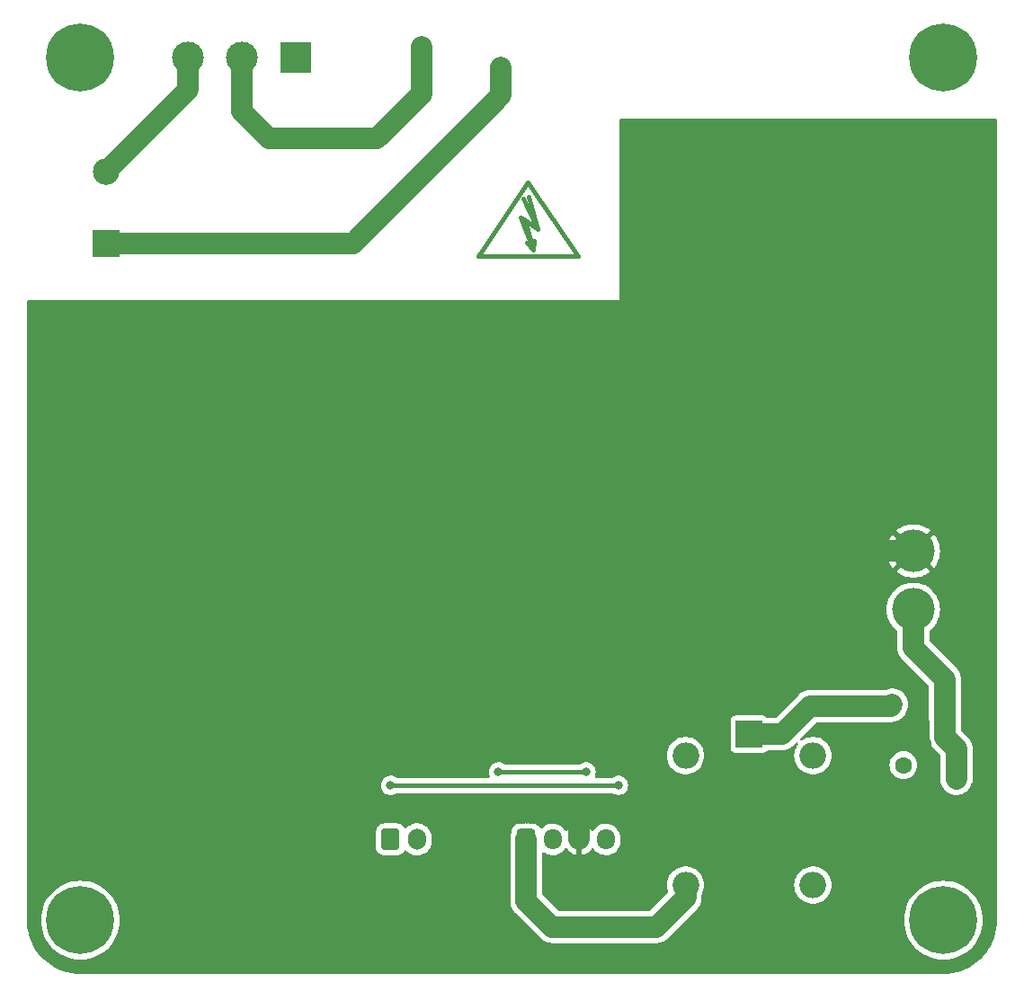
<source format=gbl>
G04 #@! TF.GenerationSoftware,KiCad,Pcbnew,7.0.2*
G04 #@! TF.CreationDate,2023-05-16T20:04:18+02:00*
G04 #@! TF.ProjectId,IoT12 Power Supply,496f5431-3220-4506-9f77-657220537570,V1.2*
G04 #@! TF.SameCoordinates,Original*
G04 #@! TF.FileFunction,Copper,L2,Bot*
G04 #@! TF.FilePolarity,Positive*
%FSLAX46Y46*%
G04 Gerber Fmt 4.6, Leading zero omitted, Abs format (unit mm)*
G04 Created by KiCad (PCBNEW 7.0.2) date 2023-05-16 20:04:18*
%MOMM*%
%LPD*%
G01*
G04 APERTURE LIST*
G04 Aperture macros list*
%AMRoundRect*
0 Rectangle with rounded corners*
0 $1 Rounding radius*
0 $2 $3 $4 $5 $6 $7 $8 $9 X,Y pos of 4 corners*
0 Add a 4 corners polygon primitive as box body*
4,1,4,$2,$3,$4,$5,$6,$7,$8,$9,$2,$3,0*
0 Add four circle primitives for the rounded corners*
1,1,$1+$1,$2,$3*
1,1,$1+$1,$4,$5*
1,1,$1+$1,$6,$7*
1,1,$1+$1,$8,$9*
0 Add four rect primitives between the rounded corners*
20,1,$1+$1,$2,$3,$4,$5,0*
20,1,$1+$1,$4,$5,$6,$7,0*
20,1,$1+$1,$6,$7,$8,$9,0*
20,1,$1+$1,$8,$9,$2,$3,0*%
G04 Aperture macros list end*
G04 #@! TA.AperFunction,EtchedComponent*
%ADD10C,0.381000*%
G04 #@! TD*
G04 #@! TA.AperFunction,ComponentPad*
%ADD11R,2.500000X2.500000*%
G04 #@! TD*
G04 #@! TA.AperFunction,ComponentPad*
%ADD12O,2.500000X2.500000*%
G04 #@! TD*
G04 #@! TA.AperFunction,ComponentPad*
%ADD13R,3.000000X3.000000*%
G04 #@! TD*
G04 #@! TA.AperFunction,ComponentPad*
%ADD14C,3.000000*%
G04 #@! TD*
G04 #@! TA.AperFunction,ComponentPad*
%ADD15RoundRect,0.250000X-0.600000X-0.725000X0.600000X-0.725000X0.600000X0.725000X-0.600000X0.725000X0*%
G04 #@! TD*
G04 #@! TA.AperFunction,ComponentPad*
%ADD16O,1.700000X1.950000*%
G04 #@! TD*
G04 #@! TA.AperFunction,ComponentPad*
%ADD17C,0.800000*%
G04 #@! TD*
G04 #@! TA.AperFunction,ComponentPad*
%ADD18C,6.400000*%
G04 #@! TD*
G04 #@! TA.AperFunction,ComponentPad*
%ADD19C,4.000000*%
G04 #@! TD*
G04 #@! TA.AperFunction,ComponentPad*
%ADD20C,2.500000*%
G04 #@! TD*
G04 #@! TA.AperFunction,ComponentPad*
%ADD21RoundRect,0.250000X-0.600000X-0.750000X0.600000X-0.750000X0.600000X0.750000X-0.600000X0.750000X0*%
G04 #@! TD*
G04 #@! TA.AperFunction,ComponentPad*
%ADD22O,1.700000X2.000000*%
G04 #@! TD*
G04 #@! TA.AperFunction,ComponentPad*
%ADD23C,1.800000*%
G04 #@! TD*
G04 #@! TA.AperFunction,ComponentPad*
%ADD24C,1.700000*%
G04 #@! TD*
G04 #@! TA.AperFunction,ComponentPad*
%ADD25C,1.600000*%
G04 #@! TD*
G04 #@! TA.AperFunction,ViaPad*
%ADD26C,1.600000*%
G04 #@! TD*
G04 #@! TA.AperFunction,ViaPad*
%ADD27C,0.800000*%
G04 #@! TD*
G04 #@! TA.AperFunction,Conductor*
%ADD28C,2.000000*%
G04 #@! TD*
G04 #@! TA.AperFunction,Conductor*
%ADD29C,0.440000*%
G04 #@! TD*
G04 APERTURE END LIST*
D10*
X153600150Y-73733660D02*
X154397710Y-76532740D01*
X154397710Y-76532740D02*
X153198830Y-73433940D01*
X154397710Y-76532740D02*
X154499310Y-75633580D01*
X154799030Y-74533760D02*
X153600150Y-73733660D01*
X153198830Y-73433940D02*
X153798270Y-73832720D01*
X153998930Y-71534020D02*
X154799030Y-74533760D01*
X154397710Y-76532740D02*
X153798270Y-75834240D01*
X153899870Y-70142100D02*
X149200870Y-77127100D01*
X154799030Y-74533760D02*
X153498550Y-71732140D01*
X149200870Y-77127100D02*
X158598870Y-77127100D01*
X158598870Y-77127100D02*
X153899870Y-70142100D01*
D11*
X174752000Y-122174000D03*
D12*
X168752000Y-124174000D03*
X168752000Y-136374000D03*
X180752000Y-136374000D03*
X180752000Y-124174000D03*
D13*
X132080000Y-58420000D03*
D14*
X127000000Y-58420000D03*
X121920000Y-58420000D03*
D15*
X153750000Y-132080000D03*
D16*
X156250000Y-132080000D03*
X158750000Y-132080000D03*
X161250000Y-132080000D03*
D17*
X193040000Y-56020000D03*
X194737056Y-60117056D03*
X194737056Y-56722944D03*
X195440000Y-58420000D03*
D18*
X193040000Y-58420000D03*
D17*
X193040000Y-60820000D03*
X191342944Y-56722944D03*
X191342944Y-60117056D03*
X190640000Y-58420000D03*
X193040000Y-137300000D03*
X194737056Y-141397056D03*
X194737056Y-138002944D03*
X195440000Y-139700000D03*
D18*
X193040000Y-139700000D03*
D17*
X193040000Y-142100000D03*
X191342944Y-138002944D03*
X191342944Y-141397056D03*
X190640000Y-139700000D03*
X111760000Y-56020000D03*
X113457056Y-60117056D03*
X113457056Y-56722944D03*
X114160000Y-58420000D03*
D18*
X111760000Y-58420000D03*
D17*
X111760000Y-60820000D03*
X110062944Y-56722944D03*
X110062944Y-60117056D03*
X109360000Y-58420000D03*
X111760000Y-137300000D03*
X113457056Y-141397056D03*
X113457056Y-138002944D03*
X114160000Y-139700000D03*
D18*
X111760000Y-139700000D03*
D17*
X111760000Y-142100000D03*
X110062944Y-138002944D03*
X110062944Y-141397056D03*
X109360000Y-139700000D03*
D11*
X114198400Y-75914200D03*
D19*
X190198400Y-110414200D03*
D20*
X114198400Y-69164200D03*
D19*
X190198400Y-104914200D03*
D21*
X140970000Y-132080000D03*
D22*
X143470000Y-132080000D03*
D23*
X143860000Y-57360000D03*
X151360000Y-59360000D03*
D24*
X188214000Y-119380000D03*
X193214000Y-120580000D03*
D25*
X189270000Y-125080000D03*
X194270000Y-126380000D03*
D26*
X132080000Y-118745000D03*
X125095000Y-123190000D03*
X117475000Y-135255000D03*
D27*
X153797000Y-130175000D03*
D26*
X177800000Y-130810000D03*
X129540000Y-140335000D03*
X188595000Y-142875000D03*
X129540000Y-131445000D03*
X149225000Y-128905000D03*
X117475000Y-130175000D03*
X195580000Y-133985000D03*
X117475000Y-115570000D03*
X125095000Y-119380000D03*
X163322000Y-137414000D03*
X120650000Y-142875000D03*
X141605000Y-120650000D03*
X191135000Y-123190000D03*
X132715000Y-125095000D03*
D27*
X162433000Y-126999999D03*
X140970000Y-127000000D03*
X159385000Y-125730000D03*
X151130000Y-125730000D03*
D28*
X121920000Y-61442600D02*
X114198400Y-69164200D01*
X121920000Y-58420000D02*
X121920000Y-61442600D01*
X143860000Y-61880000D02*
X143860000Y-57360000D01*
X139700000Y-66040000D02*
X143860000Y-61880000D01*
X127000000Y-58420000D02*
X127000000Y-63500000D01*
X127000000Y-63500000D02*
X129540000Y-66040000D01*
X129540000Y-66040000D02*
X139700000Y-66040000D01*
X164211000Y-128905000D02*
X165735000Y-127381000D01*
X165735000Y-113030000D02*
X173850800Y-104914200D01*
X158750000Y-132080000D02*
X158750000Y-130175000D01*
X160020000Y-128905000D02*
X164211000Y-128905000D01*
X165735000Y-127381000D02*
X165735000Y-113030000D01*
X173850800Y-104914200D02*
X190198400Y-104914200D01*
X158750000Y-130175000D02*
X160020000Y-128905000D01*
X151360000Y-59360000D02*
X151360000Y-62000000D01*
X151360000Y-62000000D02*
X137445800Y-75914200D01*
X137445800Y-75914200D02*
X114198400Y-75914200D01*
X177808500Y-122174000D02*
X174752000Y-122174000D01*
X188087000Y-119507000D02*
X180475500Y-119507000D01*
X180475500Y-119507000D02*
X177808500Y-122174000D01*
X188214000Y-119380000D02*
X188087000Y-119507000D01*
D29*
X140970000Y-127000000D02*
X162433000Y-126999999D01*
D28*
X190198400Y-110414200D02*
X190198400Y-113998400D01*
X193214000Y-122475000D02*
X194270000Y-123531000D01*
X194270000Y-123531000D02*
X194270000Y-126380000D01*
X193214000Y-120580000D02*
X193214000Y-122475000D01*
X193167000Y-116967000D02*
X193167000Y-120533000D01*
X193167000Y-120533000D02*
X193214000Y-120580000D01*
X190198400Y-113998400D02*
X193167000Y-116967000D01*
X168752000Y-137572000D02*
X165989000Y-140335000D01*
X168752000Y-136374000D02*
X168752000Y-137572000D01*
X153750000Y-137875000D02*
X153750000Y-132080000D01*
X165989000Y-140335000D02*
X156210000Y-140335000D01*
X156210000Y-140335000D02*
X153750000Y-137875000D01*
D29*
X151130000Y-125730000D02*
X159385000Y-125730000D01*
G04 #@! TA.AperFunction,Conductor*
G36*
X198036621Y-64155002D02*
G01*
X198083114Y-64208658D01*
X198094500Y-64261000D01*
X198094500Y-139697404D01*
X198094392Y-139702611D01*
X198077451Y-140112190D01*
X198076591Y-140122568D01*
X198026207Y-140526770D01*
X198024493Y-140537042D01*
X197940905Y-140935697D01*
X197938349Y-140945793D01*
X197822120Y-141336196D01*
X197818738Y-141346045D01*
X197670666Y-141725521D01*
X197666483Y-141735058D01*
X197487591Y-142100988D01*
X197482635Y-142110146D01*
X197274124Y-142460073D01*
X197268428Y-142468792D01*
X197031740Y-142800294D01*
X197025344Y-142808512D01*
X196762076Y-143119353D01*
X196755022Y-143127014D01*
X196467014Y-143415022D01*
X196459353Y-143422076D01*
X196148512Y-143685344D01*
X196140294Y-143691740D01*
X195808792Y-143928428D01*
X195800073Y-143934124D01*
X195450146Y-144142635D01*
X195440988Y-144147591D01*
X195075058Y-144326483D01*
X195065521Y-144330666D01*
X194686045Y-144478738D01*
X194676196Y-144482120D01*
X194285793Y-144598349D01*
X194275697Y-144600905D01*
X193877042Y-144684493D01*
X193866770Y-144686207D01*
X193462568Y-144736591D01*
X193452190Y-144737451D01*
X193042611Y-144754392D01*
X193037404Y-144754500D01*
X111762596Y-144754500D01*
X111757389Y-144754392D01*
X111347809Y-144737451D01*
X111337431Y-144736591D01*
X110933229Y-144686207D01*
X110922957Y-144684493D01*
X110524302Y-144600905D01*
X110514206Y-144598349D01*
X110123803Y-144482120D01*
X110113954Y-144478738D01*
X109734478Y-144330666D01*
X109724941Y-144326483D01*
X109359011Y-144147591D01*
X109349853Y-144142635D01*
X108999926Y-143934124D01*
X108991207Y-143928428D01*
X108659705Y-143691740D01*
X108651487Y-143685344D01*
X108340646Y-143422076D01*
X108332985Y-143415022D01*
X108044977Y-143127014D01*
X108037923Y-143119353D01*
X107774655Y-142808512D01*
X107768259Y-142800294D01*
X107531571Y-142468792D01*
X107525875Y-142460073D01*
X107317364Y-142110146D01*
X107312408Y-142100988D01*
X107133516Y-141735058D01*
X107129333Y-141725521D01*
X106981261Y-141346045D01*
X106977879Y-141336196D01*
X106861646Y-140945777D01*
X106859098Y-140935714D01*
X106775505Y-140537038D01*
X106773792Y-140526770D01*
X106766571Y-140468838D01*
X106723406Y-140122554D01*
X106722549Y-140112205D01*
X106705608Y-139702611D01*
X106705554Y-139700000D01*
X108046411Y-139700000D01*
X108046584Y-139703301D01*
X108066581Y-140084886D01*
X108066582Y-140084897D01*
X108066754Y-140088176D01*
X108067267Y-140091417D01*
X108067268Y-140091423D01*
X108127045Y-140468838D01*
X108127046Y-140468847D01*
X108127562Y-140472099D01*
X108228167Y-140847562D01*
X108229352Y-140850649D01*
X108229353Y-140850652D01*
X108366283Y-141207368D01*
X108366288Y-141207380D01*
X108367468Y-141210453D01*
X108368961Y-141213384D01*
X108368965Y-141213392D01*
X108520748Y-141511282D01*
X108543938Y-141556795D01*
X108545734Y-141559561D01*
X108545736Y-141559564D01*
X108733113Y-141848101D01*
X108755643Y-141882793D01*
X109000266Y-142184876D01*
X109275124Y-142459734D01*
X109577207Y-142704357D01*
X109903205Y-142916062D01*
X110249547Y-143092532D01*
X110612438Y-143231833D01*
X110987901Y-143332438D01*
X111371824Y-143393246D01*
X111760000Y-143413589D01*
X112148176Y-143393246D01*
X112532099Y-143332438D01*
X112907562Y-143231833D01*
X113270453Y-143092532D01*
X113616795Y-142916062D01*
X113942793Y-142704357D01*
X114244876Y-142459734D01*
X114519734Y-142184876D01*
X114764357Y-141882793D01*
X114976062Y-141556795D01*
X115152532Y-141210453D01*
X115291833Y-140847562D01*
X115392438Y-140472099D01*
X115453246Y-140088176D01*
X115473589Y-139700000D01*
X115453246Y-139311824D01*
X115392438Y-138927901D01*
X115291833Y-138552438D01*
X115175043Y-138248189D01*
X115153716Y-138192631D01*
X115153714Y-138192628D01*
X115152532Y-138189547D01*
X115038820Y-137966376D01*
X152239352Y-137966376D01*
X152249523Y-138038048D01*
X152250364Y-138045611D01*
X152256189Y-138117769D01*
X152265624Y-138156051D01*
X152268035Y-138168494D01*
X152273573Y-138207517D01*
X152274848Y-138211608D01*
X152295108Y-138276626D01*
X152297147Y-138283940D01*
X152305244Y-138316790D01*
X152314477Y-138354248D01*
X152325816Y-138380861D01*
X152329929Y-138390515D01*
X152334305Y-138402415D01*
X152346032Y-138440046D01*
X152378370Y-138504799D01*
X152381563Y-138511705D01*
X152384409Y-138518386D01*
X152409944Y-138578316D01*
X152431014Y-138611635D01*
X152437244Y-138622682D01*
X152454854Y-138657943D01*
X152497164Y-138716673D01*
X152501424Y-138722980D01*
X152540117Y-138784168D01*
X152566265Y-138813684D01*
X152574179Y-138823579D01*
X152597216Y-138855557D01*
X152597218Y-138855559D01*
X152597219Y-138855560D01*
X152648400Y-138906741D01*
X152653601Y-138912266D01*
X152701625Y-138966474D01*
X152732182Y-138991422D01*
X152741577Y-138999918D01*
X155131673Y-141390014D01*
X155133402Y-141391777D01*
X155176455Y-141436600D01*
X155206426Y-141467803D01*
X155264287Y-141511282D01*
X155270232Y-141516037D01*
X155325379Y-141562946D01*
X155359122Y-141583344D01*
X155369628Y-141590441D01*
X155401131Y-141614115D01*
X155401135Y-141614117D01*
X155465241Y-141647762D01*
X155471837Y-141651482D01*
X155533811Y-141688946D01*
X155533811Y-141688947D01*
X155570381Y-141703665D01*
X155581891Y-141708985D01*
X155616795Y-141727304D01*
X155685464Y-141750228D01*
X155692600Y-141752853D01*
X155759757Y-141779882D01*
X155798232Y-141788547D01*
X155810407Y-141791941D01*
X155847818Y-141804431D01*
X155919293Y-141816045D01*
X155926721Y-141817484D01*
X155997362Y-141833395D01*
X156036714Y-141835775D01*
X156049300Y-141837174D01*
X156088221Y-141843500D01*
X156160607Y-141843500D01*
X156168215Y-141843730D01*
X156240475Y-141848101D01*
X156274438Y-141844669D01*
X156279701Y-141844138D01*
X156292365Y-141843500D01*
X165972543Y-141843500D01*
X165975081Y-141843526D01*
X166080374Y-141845647D01*
X166080374Y-141845646D01*
X166080377Y-141845647D01*
X166152037Y-141835476D01*
X166159602Y-141834636D01*
X166231761Y-141828811D01*
X166231763Y-141828810D01*
X166231768Y-141828810D01*
X166270073Y-141819368D01*
X166282470Y-141816966D01*
X166321518Y-141811426D01*
X166390619Y-141789892D01*
X166397935Y-141787852D01*
X166468248Y-141770523D01*
X166504530Y-141755063D01*
X166516411Y-141750694D01*
X166554048Y-141738967D01*
X166618803Y-141706626D01*
X166625698Y-141703438D01*
X166692316Y-141675056D01*
X166725638Y-141653982D01*
X166736660Y-141647765D01*
X166771943Y-141630146D01*
X166830692Y-141587820D01*
X166836976Y-141583577D01*
X166898168Y-141544883D01*
X166927685Y-141518732D01*
X166937579Y-141510819D01*
X166969560Y-141487781D01*
X167020756Y-141436583D01*
X167026265Y-141431398D01*
X167080474Y-141383375D01*
X167105423Y-141352816D01*
X167113910Y-141343429D01*
X168757339Y-139700000D01*
X189326411Y-139700000D01*
X189326584Y-139703301D01*
X189346581Y-140084886D01*
X189346582Y-140084897D01*
X189346754Y-140088176D01*
X189347267Y-140091417D01*
X189347268Y-140091423D01*
X189407045Y-140468838D01*
X189407046Y-140468847D01*
X189407562Y-140472099D01*
X189508167Y-140847562D01*
X189509352Y-140850649D01*
X189509353Y-140850652D01*
X189646283Y-141207368D01*
X189646288Y-141207380D01*
X189647468Y-141210453D01*
X189648961Y-141213384D01*
X189648965Y-141213392D01*
X189800748Y-141511282D01*
X189823938Y-141556795D01*
X189825734Y-141559561D01*
X189825736Y-141559564D01*
X190013113Y-141848101D01*
X190035643Y-141882793D01*
X190280266Y-142184876D01*
X190555124Y-142459734D01*
X190857207Y-142704357D01*
X191183205Y-142916062D01*
X191529547Y-143092532D01*
X191892438Y-143231833D01*
X192267901Y-143332438D01*
X192651824Y-143393246D01*
X193040000Y-143413589D01*
X193428176Y-143393246D01*
X193812099Y-143332438D01*
X194187562Y-143231833D01*
X194550453Y-143092532D01*
X194896795Y-142916062D01*
X195222793Y-142704357D01*
X195524876Y-142459734D01*
X195799734Y-142184876D01*
X196044357Y-141882793D01*
X196256062Y-141556795D01*
X196432532Y-141210453D01*
X196571833Y-140847562D01*
X196672438Y-140472099D01*
X196733246Y-140088176D01*
X196753589Y-139700000D01*
X196733246Y-139311824D01*
X196672438Y-138927901D01*
X196571833Y-138552438D01*
X196455043Y-138248189D01*
X196433716Y-138192631D01*
X196433714Y-138192628D01*
X196432532Y-138189547D01*
X196256062Y-137843206D01*
X196044357Y-137517207D01*
X195799734Y-137215124D01*
X195524876Y-136940266D01*
X195222793Y-136695643D01*
X195220033Y-136693850D01*
X195220028Y-136693847D01*
X194899564Y-136485736D01*
X194899561Y-136485734D01*
X194896795Y-136483938D01*
X194878518Y-136474625D01*
X194553392Y-136308965D01*
X194553384Y-136308961D01*
X194550453Y-136307468D01*
X194547380Y-136306288D01*
X194547368Y-136306283D01*
X194190652Y-136169353D01*
X194190649Y-136169352D01*
X194187562Y-136168167D01*
X194184376Y-136167313D01*
X194184369Y-136167311D01*
X193815288Y-136068416D01*
X193815279Y-136068414D01*
X193812099Y-136067562D01*
X193808847Y-136067046D01*
X193808838Y-136067045D01*
X193431423Y-136007268D01*
X193431417Y-136007267D01*
X193428176Y-136006754D01*
X193424897Y-136006582D01*
X193424886Y-136006581D01*
X193043301Y-135986584D01*
X193040000Y-135986411D01*
X193036699Y-135986584D01*
X192655113Y-136006581D01*
X192655100Y-136006582D01*
X192651824Y-136006754D01*
X192648584Y-136007267D01*
X192648576Y-136007268D01*
X192271161Y-136067045D01*
X192271148Y-136067047D01*
X192267901Y-136067562D01*
X192264724Y-136068413D01*
X192264711Y-136068416D01*
X191895630Y-136167311D01*
X191895617Y-136167315D01*
X191892438Y-136168167D01*
X191889355Y-136169350D01*
X191889347Y-136169353D01*
X191532631Y-136306283D01*
X191532612Y-136306291D01*
X191529547Y-136307468D01*
X191526622Y-136308958D01*
X191526607Y-136308965D01*
X191186147Y-136482439D01*
X191186139Y-136482443D01*
X191183206Y-136483938D01*
X191180447Y-136485729D01*
X191180436Y-136485736D01*
X190859971Y-136693847D01*
X190859957Y-136693856D01*
X190857207Y-136695643D01*
X190854653Y-136697711D01*
X190854645Y-136697717D01*
X190612525Y-136893783D01*
X190555124Y-136940266D01*
X190552797Y-136942592D01*
X190552787Y-136942602D01*
X190282602Y-137212787D01*
X190282592Y-137212797D01*
X190280266Y-137215124D01*
X190278194Y-137217682D01*
X190278191Y-137217686D01*
X190037717Y-137514645D01*
X190037711Y-137514653D01*
X190035643Y-137517207D01*
X190033856Y-137519957D01*
X190033847Y-137519971D01*
X189825736Y-137840436D01*
X189825729Y-137840447D01*
X189823938Y-137843206D01*
X189822443Y-137846139D01*
X189822439Y-137846147D01*
X189648965Y-138186607D01*
X189648958Y-138186622D01*
X189647468Y-138189547D01*
X189646291Y-138192612D01*
X189646283Y-138192631D01*
X189509353Y-138549347D01*
X189509350Y-138549355D01*
X189508167Y-138552438D01*
X189507315Y-138555617D01*
X189507311Y-138555630D01*
X189408416Y-138924711D01*
X189408413Y-138924724D01*
X189407562Y-138927901D01*
X189407047Y-138931148D01*
X189407045Y-138931161D01*
X189347268Y-139308576D01*
X189346754Y-139311824D01*
X189346582Y-139315100D01*
X189346581Y-139315113D01*
X189326845Y-139691715D01*
X189326411Y-139700000D01*
X168757339Y-139700000D01*
X169807040Y-138650299D01*
X169808751Y-138648621D01*
X169884802Y-138575575D01*
X169928299Y-138517688D01*
X169933037Y-138511766D01*
X169936062Y-138508210D01*
X169979946Y-138456620D01*
X170000343Y-138422877D01*
X170007428Y-138412388D01*
X170031117Y-138380865D01*
X170064753Y-138316774D01*
X170068486Y-138310157D01*
X170105946Y-138248192D01*
X170105945Y-138248192D01*
X170105948Y-138248189D01*
X170120672Y-138211600D01*
X170125990Y-138200097D01*
X170144304Y-138165205D01*
X170167231Y-138096527D01*
X170169852Y-138089403D01*
X170196882Y-138022243D01*
X170205540Y-137983794D01*
X170208944Y-137971582D01*
X170221431Y-137934182D01*
X170233042Y-137862723D01*
X170234490Y-137855254D01*
X170250395Y-137784636D01*
X170252774Y-137745293D01*
X170254173Y-137732700D01*
X170260500Y-137693779D01*
X170260500Y-137621401D01*
X170260730Y-137613794D01*
X170263171Y-137573436D01*
X170265102Y-137541524D01*
X170261138Y-137502291D01*
X170260500Y-137489626D01*
X170260500Y-137311962D01*
X170277381Y-137248962D01*
X170296917Y-137215124D01*
X170340796Y-137139124D01*
X170437087Y-136893780D01*
X170495735Y-136636826D01*
X170515431Y-136374000D01*
X178988569Y-136374000D01*
X179008265Y-136636827D01*
X179066913Y-136893781D01*
X179154025Y-137115737D01*
X179163204Y-137139124D01*
X179294985Y-137367376D01*
X179459314Y-137573438D01*
X179652519Y-137752706D01*
X179870285Y-137901176D01*
X180107746Y-138015532D01*
X180359600Y-138093218D01*
X180620219Y-138132500D01*
X180620221Y-138132500D01*
X180883779Y-138132500D01*
X180883781Y-138132500D01*
X181144400Y-138093218D01*
X181396254Y-138015532D01*
X181633716Y-137901176D01*
X181851481Y-137752706D01*
X182044686Y-137573438D01*
X182209015Y-137367376D01*
X182340796Y-137139124D01*
X182437087Y-136893780D01*
X182495735Y-136636826D01*
X182515431Y-136374000D01*
X182495735Y-136111174D01*
X182437087Y-135854220D01*
X182340796Y-135608876D01*
X182209015Y-135380624D01*
X182044686Y-135174562D01*
X181851481Y-134995294D01*
X181851477Y-134995291D01*
X181851476Y-134995290D01*
X181633716Y-134846824D01*
X181396254Y-134732467D01*
X181214159Y-134676299D01*
X181144400Y-134654782D01*
X180883781Y-134615500D01*
X180620219Y-134615500D01*
X180359600Y-134654782D01*
X180359596Y-134654783D01*
X180359597Y-134654783D01*
X180107748Y-134732467D01*
X179870282Y-134846825D01*
X179652522Y-134995291D01*
X179459313Y-135174563D01*
X179294983Y-135380627D01*
X179163204Y-135608875D01*
X179066913Y-135854218D01*
X179008265Y-136111172D01*
X178988569Y-136374000D01*
X170515431Y-136374000D01*
X170495735Y-136111174D01*
X170437087Y-135854220D01*
X170340796Y-135608876D01*
X170209015Y-135380624D01*
X170044686Y-135174562D01*
X169851481Y-134995294D01*
X169851477Y-134995291D01*
X169851476Y-134995290D01*
X169633716Y-134846824D01*
X169396254Y-134732467D01*
X169214159Y-134676299D01*
X169144400Y-134654782D01*
X168883781Y-134615500D01*
X168620219Y-134615500D01*
X168359600Y-134654782D01*
X168359596Y-134654783D01*
X168359597Y-134654783D01*
X168107748Y-134732467D01*
X167870282Y-134846825D01*
X167652522Y-134995291D01*
X167459313Y-135174563D01*
X167294983Y-135380627D01*
X167163204Y-135608875D01*
X167066913Y-135854218D01*
X167008265Y-136111172D01*
X166988569Y-136373999D01*
X167008265Y-136636827D01*
X167066913Y-136893783D01*
X167101589Y-136982136D01*
X167107857Y-137052855D01*
X167074896Y-137115737D01*
X167073394Y-137117263D01*
X165401063Y-138789595D01*
X165338751Y-138823620D01*
X165311968Y-138826500D01*
X156887031Y-138826500D01*
X156818910Y-138806498D01*
X156797936Y-138789595D01*
X155295405Y-137287063D01*
X155261379Y-137224751D01*
X155258500Y-137197968D01*
X155258500Y-133411279D01*
X155278502Y-133343158D01*
X155332158Y-133296665D01*
X155402432Y-133286561D01*
X155459423Y-133309975D01*
X155535153Y-133365985D01*
X155741643Y-133470095D01*
X155962757Y-133537811D01*
X156192135Y-133567184D01*
X156423178Y-133557369D01*
X156649238Y-133508649D01*
X156863813Y-133422426D01*
X157060730Y-133301179D01*
X157234324Y-133148398D01*
X157379600Y-132968476D01*
X157391720Y-132946779D01*
X157442403Y-132897065D01*
X157511919Y-132882642D01*
X157578197Y-132908093D01*
X157606112Y-132937672D01*
X157689606Y-133061205D01*
X157849562Y-133228101D01*
X158035413Y-133365557D01*
X158241830Y-133469629D01*
X158462859Y-133537318D01*
X158496000Y-133541562D01*
X158496000Y-132486191D01*
X158614801Y-132540446D01*
X158716025Y-132555000D01*
X158783975Y-132555000D01*
X158885199Y-132540446D01*
X159004000Y-132486191D01*
X159004000Y-133539436D01*
X159149091Y-133508169D01*
X159363585Y-133421979D01*
X159560433Y-133300775D01*
X159733961Y-133148048D01*
X159879182Y-132968198D01*
X159891132Y-132946806D01*
X159941816Y-132897090D01*
X160011332Y-132882667D01*
X160077610Y-132908118D01*
X160105525Y-132937697D01*
X160126328Y-132968476D01*
X160189217Y-133061523D01*
X160349228Y-133228476D01*
X160535153Y-133365985D01*
X160741643Y-133470095D01*
X160962757Y-133537811D01*
X161192135Y-133567184D01*
X161423178Y-133557369D01*
X161649238Y-133508649D01*
X161863813Y-133422426D01*
X162060730Y-133301179D01*
X162234324Y-133148398D01*
X162379600Y-132968476D01*
X162492380Y-132766591D01*
X162569419Y-132548550D01*
X162608500Y-132320625D01*
X162608500Y-131897287D01*
X162593801Y-131724582D01*
X162587291Y-131699582D01*
X162535530Y-131500793D01*
X162440278Y-131290070D01*
X162362894Y-131175578D01*
X162310783Y-131098477D01*
X162150772Y-130931524D01*
X161964847Y-130794015D01*
X161758357Y-130689905D01*
X161758356Y-130689904D01*
X161758355Y-130689904D01*
X161537240Y-130622188D01*
X161307864Y-130592815D01*
X161076824Y-130602630D01*
X160850762Y-130651350D01*
X160636189Y-130737573D01*
X160439268Y-130858822D01*
X160294079Y-130986604D01*
X160265676Y-131011602D01*
X160231072Y-131054458D01*
X160120395Y-131191529D01*
X160108277Y-131213222D01*
X160057592Y-131262936D01*
X159988075Y-131277356D01*
X159921798Y-131251903D01*
X159893887Y-131222326D01*
X159810396Y-131098796D01*
X159650437Y-130931898D01*
X159464586Y-130794442D01*
X159258170Y-130690370D01*
X159037135Y-130622679D01*
X159004000Y-130618435D01*
X159004000Y-131673808D01*
X158885199Y-131619554D01*
X158783975Y-131605000D01*
X158716025Y-131605000D01*
X158614801Y-131619554D01*
X158496000Y-131673808D01*
X158496000Y-130620560D01*
X158350908Y-130651830D01*
X158136414Y-130738020D01*
X157939566Y-130859224D01*
X157766038Y-131011951D01*
X157620813Y-131191806D01*
X157608864Y-131213197D01*
X157558179Y-131262911D01*
X157488662Y-131277331D01*
X157422385Y-131251878D01*
X157394474Y-131222302D01*
X157379788Y-131200574D01*
X157310783Y-131098477D01*
X157150772Y-130931524D01*
X156964847Y-130794015D01*
X156758357Y-130689905D01*
X156758356Y-130689904D01*
X156758355Y-130689904D01*
X156537240Y-130622188D01*
X156307864Y-130592815D01*
X156076824Y-130602630D01*
X155850762Y-130651350D01*
X155636189Y-130737573D01*
X155439268Y-130858822D01*
X155265673Y-131011604D01*
X155243533Y-131039024D01*
X155185176Y-131079458D01*
X155114222Y-131081923D01*
X155053199Y-131045635D01*
X155038261Y-131026014D01*
X155034943Y-131020635D01*
X154949030Y-130881348D01*
X154949028Y-130881346D01*
X154949027Y-130881344D01*
X154823655Y-130755972D01*
X154823652Y-130755970D01*
X154672738Y-130662885D01*
X154504426Y-130607113D01*
X154504423Y-130607112D01*
X154504421Y-130607112D01*
X154403746Y-130596826D01*
X154403725Y-130596824D01*
X154400545Y-130596500D01*
X154397340Y-130596500D01*
X154037604Y-130596500D01*
X154012402Y-130593954D01*
X153932421Y-130577626D01*
X153932420Y-130577626D01*
X153689061Y-130567819D01*
X153689060Y-130567819D01*
X153689057Y-130567819D01*
X153460417Y-130595581D01*
X153445230Y-130596500D01*
X153102661Y-130596500D01*
X153102641Y-130596500D01*
X153099456Y-130596501D01*
X153096279Y-130596825D01*
X153096270Y-130596826D01*
X152995573Y-130607113D01*
X152827262Y-130662885D01*
X152676344Y-130755972D01*
X152550972Y-130881344D01*
X152550970Y-130881348D01*
X152457885Y-131032262D01*
X152402113Y-131200574D01*
X152402112Y-131200578D01*
X152391826Y-131301253D01*
X152391824Y-131301275D01*
X152391500Y-131304455D01*
X152391500Y-131307659D01*
X152391500Y-131307660D01*
X152391500Y-131391329D01*
X152377068Y-131449883D01*
X152357696Y-131486792D01*
X152280567Y-131717821D01*
X152241500Y-131958218D01*
X152241500Y-137858541D01*
X152241474Y-137861079D01*
X152239352Y-137966376D01*
X115038820Y-137966376D01*
X114976062Y-137843206D01*
X114764357Y-137517207D01*
X114519734Y-137215124D01*
X114244876Y-136940266D01*
X113942793Y-136695643D01*
X113940033Y-136693850D01*
X113940028Y-136693847D01*
X113619564Y-136485736D01*
X113619561Y-136485734D01*
X113616795Y-136483938D01*
X113598518Y-136474625D01*
X113273392Y-136308965D01*
X113273384Y-136308961D01*
X113270453Y-136307468D01*
X113267380Y-136306288D01*
X113267368Y-136306283D01*
X112910652Y-136169353D01*
X112910649Y-136169352D01*
X112907562Y-136168167D01*
X112904376Y-136167313D01*
X112904369Y-136167311D01*
X112535288Y-136068416D01*
X112535279Y-136068414D01*
X112532099Y-136067562D01*
X112528847Y-136067046D01*
X112528838Y-136067045D01*
X112151423Y-136007268D01*
X112151417Y-136007267D01*
X112148176Y-136006754D01*
X112144897Y-136006582D01*
X112144886Y-136006581D01*
X111763301Y-135986584D01*
X111760000Y-135986411D01*
X111756699Y-135986584D01*
X111375113Y-136006581D01*
X111375100Y-136006582D01*
X111371824Y-136006754D01*
X111368584Y-136007267D01*
X111368576Y-136007268D01*
X110991161Y-136067045D01*
X110991148Y-136067047D01*
X110987901Y-136067562D01*
X110984724Y-136068413D01*
X110984711Y-136068416D01*
X110615630Y-136167311D01*
X110615617Y-136167315D01*
X110612438Y-136168167D01*
X110609355Y-136169350D01*
X110609347Y-136169353D01*
X110252631Y-136306283D01*
X110252612Y-136306291D01*
X110249547Y-136307468D01*
X110246622Y-136308958D01*
X110246607Y-136308965D01*
X109906147Y-136482439D01*
X109906139Y-136482443D01*
X109903206Y-136483938D01*
X109900447Y-136485729D01*
X109900436Y-136485736D01*
X109579971Y-136693847D01*
X109579957Y-136693856D01*
X109577207Y-136695643D01*
X109574653Y-136697711D01*
X109574645Y-136697717D01*
X109332525Y-136893783D01*
X109275124Y-136940266D01*
X109272797Y-136942592D01*
X109272787Y-136942602D01*
X109002602Y-137212787D01*
X109002592Y-137212797D01*
X109000266Y-137215124D01*
X108998194Y-137217682D01*
X108998191Y-137217686D01*
X108757717Y-137514645D01*
X108757711Y-137514653D01*
X108755643Y-137517207D01*
X108753856Y-137519957D01*
X108753847Y-137519971D01*
X108545736Y-137840436D01*
X108545729Y-137840447D01*
X108543938Y-137843206D01*
X108542443Y-137846139D01*
X108542439Y-137846147D01*
X108368965Y-138186607D01*
X108368958Y-138186622D01*
X108367468Y-138189547D01*
X108366291Y-138192612D01*
X108366283Y-138192631D01*
X108229353Y-138549347D01*
X108229350Y-138549355D01*
X108228167Y-138552438D01*
X108227315Y-138555617D01*
X108227311Y-138555630D01*
X108128416Y-138924711D01*
X108128413Y-138924724D01*
X108127562Y-138927901D01*
X108127047Y-138931148D01*
X108127045Y-138931161D01*
X108067268Y-139308576D01*
X108066754Y-139311824D01*
X108066582Y-139315100D01*
X108066581Y-139315113D01*
X108046845Y-139691715D01*
X108046411Y-139700000D01*
X106705554Y-139700000D01*
X106705500Y-139697404D01*
X106705500Y-132877357D01*
X139611500Y-132877357D01*
X139611501Y-132880544D01*
X139611825Y-132883721D01*
X139611826Y-132883729D01*
X139620484Y-132968476D01*
X139622113Y-132984426D01*
X139677885Y-133152738D01*
X139769445Y-133301179D01*
X139770972Y-133303655D01*
X139896344Y-133429027D01*
X139896346Y-133429028D01*
X139896348Y-133429030D01*
X140047262Y-133522115D01*
X140215574Y-133577887D01*
X140291637Y-133585658D01*
X140316253Y-133588173D01*
X140316255Y-133588173D01*
X140319455Y-133588500D01*
X141620544Y-133588499D01*
X141724426Y-133577887D01*
X141892738Y-133522115D01*
X142043652Y-133429030D01*
X142169030Y-133303652D01*
X142259059Y-133157691D01*
X142311842Y-133110215D01*
X142381917Y-133098812D01*
X142447033Y-133127104D01*
X142457264Y-133136656D01*
X142569223Y-133253472D01*
X142569227Y-133253474D01*
X142569228Y-133253476D01*
X142755153Y-133390985D01*
X142961643Y-133495095D01*
X143182757Y-133562811D01*
X143412135Y-133592184D01*
X143643178Y-133582369D01*
X143869238Y-133533649D01*
X144083813Y-133447426D01*
X144280730Y-133326179D01*
X144454324Y-133173398D01*
X144599600Y-132993476D01*
X144712380Y-132791591D01*
X144789419Y-132573550D01*
X144828500Y-132345625D01*
X144828500Y-131872287D01*
X144813801Y-131699582D01*
X144807737Y-131676295D01*
X144755530Y-131475793D01*
X144660278Y-131265070D01*
X144593672Y-131166524D01*
X144530783Y-131073477D01*
X144370772Y-130906524D01*
X144184847Y-130769015D01*
X143978357Y-130664905D01*
X143978356Y-130664904D01*
X143978355Y-130664904D01*
X143757240Y-130597188D01*
X143527864Y-130567815D01*
X143296824Y-130577630D01*
X143070762Y-130626350D01*
X142856189Y-130712573D01*
X142856187Y-130712574D01*
X142764521Y-130769015D01*
X142659268Y-130833822D01*
X142485673Y-130986604D01*
X142463533Y-131014024D01*
X142405176Y-131054458D01*
X142334222Y-131056923D01*
X142273199Y-131020635D01*
X142258261Y-131001014D01*
X142184450Y-130881348D01*
X142169030Y-130856348D01*
X142169028Y-130856346D01*
X142169027Y-130856344D01*
X142043655Y-130730972D01*
X142013827Y-130712574D01*
X141892738Y-130637885D01*
X141724426Y-130582113D01*
X141724423Y-130582112D01*
X141724421Y-130582112D01*
X141623746Y-130571826D01*
X141623725Y-130571824D01*
X141620545Y-130571500D01*
X141617339Y-130571500D01*
X140322661Y-130571500D01*
X140322641Y-130571500D01*
X140319456Y-130571501D01*
X140316279Y-130571825D01*
X140316270Y-130571826D01*
X140215573Y-130582113D01*
X140047262Y-130637885D01*
X139896344Y-130730972D01*
X139770972Y-130856344D01*
X139740021Y-130906524D01*
X139677885Y-131007262D01*
X139625112Y-131166524D01*
X139622112Y-131175578D01*
X139611826Y-131276253D01*
X139611824Y-131276275D01*
X139611500Y-131279455D01*
X139611500Y-131282659D01*
X139611500Y-131282660D01*
X139611500Y-132877338D01*
X139611500Y-132877357D01*
X106705500Y-132877357D01*
X106705500Y-126999999D01*
X140056496Y-126999999D01*
X140076458Y-127189929D01*
X140135472Y-127371556D01*
X140230958Y-127536942D01*
X140230959Y-127536943D01*
X140230960Y-127536944D01*
X140358747Y-127678866D01*
X140513248Y-127791118D01*
X140687712Y-127868794D01*
X140874513Y-127908500D01*
X140874515Y-127908500D01*
X141065485Y-127908500D01*
X141065487Y-127908500D01*
X141252288Y-127868794D01*
X141426752Y-127791118D01*
X141479815Y-127752563D01*
X141546683Y-127728705D01*
X141553878Y-127728499D01*
X161849122Y-127728499D01*
X161917243Y-127748501D01*
X161923183Y-127752563D01*
X161931790Y-127758816D01*
X161976248Y-127791117D01*
X162150712Y-127868793D01*
X162337513Y-127908499D01*
X162337515Y-127908499D01*
X162528485Y-127908499D01*
X162528487Y-127908499D01*
X162715288Y-127868793D01*
X162889752Y-127791117D01*
X163044253Y-127678865D01*
X163172040Y-127536943D01*
X163267527Y-127371555D01*
X163326542Y-127189927D01*
X163346504Y-126999999D01*
X163326542Y-126810071D01*
X163295931Y-126715861D01*
X163267527Y-126628442D01*
X163172041Y-126463056D01*
X163044252Y-126321132D01*
X162930282Y-126238328D01*
X162889752Y-126208881D01*
X162715288Y-126131205D01*
X162528487Y-126091499D01*
X162337513Y-126091499D01*
X162212979Y-126117969D01*
X162150711Y-126131205D01*
X161976246Y-126208882D01*
X161923183Y-126247435D01*
X161856315Y-126271294D01*
X161849122Y-126271499D01*
X160337733Y-126271499D01*
X160269612Y-126251497D01*
X160223119Y-126197841D01*
X160213015Y-126127567D01*
X160217900Y-126106563D01*
X160224518Y-126086195D01*
X160278542Y-125919928D01*
X160298504Y-125730000D01*
X160278542Y-125540072D01*
X160224399Y-125373438D01*
X160219527Y-125358443D01*
X160124041Y-125193057D01*
X159996252Y-125051133D01*
X159841753Y-124938883D01*
X159841752Y-124938882D01*
X159667288Y-124861206D01*
X159480487Y-124821500D01*
X159289513Y-124821500D01*
X159164978Y-124847970D01*
X159102711Y-124861206D01*
X158928246Y-124938883D01*
X158875183Y-124977436D01*
X158808315Y-125001295D01*
X158801122Y-125001500D01*
X151713878Y-125001500D01*
X151645757Y-124981498D01*
X151639817Y-124977436D01*
X151586753Y-124938883D01*
X151586752Y-124938882D01*
X151412288Y-124861206D01*
X151225487Y-124821500D01*
X151034513Y-124821500D01*
X150909979Y-124847970D01*
X150847711Y-124861206D01*
X150673246Y-124938883D01*
X150518747Y-125051133D01*
X150390958Y-125193057D01*
X150295472Y-125358443D01*
X150236458Y-125540070D01*
X150219525Y-125701176D01*
X150216496Y-125730000D01*
X150225486Y-125815532D01*
X150236458Y-125919929D01*
X150297100Y-126106563D01*
X150299128Y-126177530D01*
X150262465Y-126238328D01*
X150198753Y-126269654D01*
X150177267Y-126271499D01*
X141553877Y-126271499D01*
X141485756Y-126251497D01*
X141479817Y-126247435D01*
X141426756Y-126208884D01*
X141426749Y-126208881D01*
X141252288Y-126131206D01*
X141065487Y-126091500D01*
X140874513Y-126091500D01*
X140803648Y-126106563D01*
X140687711Y-126131206D01*
X140513246Y-126208883D01*
X140358747Y-126321133D01*
X140230958Y-126463057D01*
X140135472Y-126628443D01*
X140076458Y-126810070D01*
X140056496Y-126999999D01*
X106705500Y-126999999D01*
X106705500Y-124174000D01*
X166988569Y-124174000D01*
X167008265Y-124436827D01*
X167066913Y-124693781D01*
X167128976Y-124851913D01*
X167163204Y-124939124D01*
X167294985Y-125167376D01*
X167459314Y-125373438D01*
X167652519Y-125552706D01*
X167870285Y-125701176D01*
X168107746Y-125815532D01*
X168359600Y-125893218D01*
X168620219Y-125932500D01*
X168620221Y-125932500D01*
X168883779Y-125932500D01*
X168883781Y-125932500D01*
X169144400Y-125893218D01*
X169396254Y-125815532D01*
X169633716Y-125701176D01*
X169851481Y-125552706D01*
X170044686Y-125373438D01*
X170209015Y-125167376D01*
X170340796Y-124939124D01*
X170437087Y-124693780D01*
X170495735Y-124436826D01*
X170515431Y-124174000D01*
X170495735Y-123911174D01*
X170437087Y-123654220D01*
X170364506Y-123469287D01*
X172993499Y-123469287D01*
X172993500Y-123472638D01*
X173000011Y-123533201D01*
X173022715Y-123594071D01*
X173051111Y-123670205D01*
X173138738Y-123787261D01*
X173255794Y-123874888D01*
X173255795Y-123874888D01*
X173255796Y-123874889D01*
X173392799Y-123925989D01*
X173453362Y-123932500D01*
X173456731Y-123932500D01*
X176047269Y-123932500D01*
X176050638Y-123932500D01*
X176111201Y-123925989D01*
X176248204Y-123874889D01*
X176365261Y-123787261D01*
X176405886Y-123732991D01*
X176462722Y-123690445D01*
X176506755Y-123682500D01*
X177792043Y-123682500D01*
X177794581Y-123682526D01*
X177899874Y-123684647D01*
X177899874Y-123684646D01*
X177899877Y-123684647D01*
X177971537Y-123674476D01*
X177979102Y-123673636D01*
X178051261Y-123667811D01*
X178051263Y-123667810D01*
X178051268Y-123667810D01*
X178089573Y-123658368D01*
X178101970Y-123655966D01*
X178141018Y-123650426D01*
X178210119Y-123628892D01*
X178217435Y-123626852D01*
X178287748Y-123609523D01*
X178324030Y-123594063D01*
X178335911Y-123589694D01*
X178373548Y-123577967D01*
X178438303Y-123545626D01*
X178445198Y-123542438D01*
X178511816Y-123514056D01*
X178545138Y-123492982D01*
X178556160Y-123486765D01*
X178591443Y-123469146D01*
X178650192Y-123426820D01*
X178656476Y-123422577D01*
X178663036Y-123418429D01*
X178717668Y-123383883D01*
X178747185Y-123357732D01*
X178757079Y-123349819D01*
X178789060Y-123326781D01*
X178840256Y-123275583D01*
X178845765Y-123270398D01*
X178899974Y-123222375D01*
X178924923Y-123191816D01*
X178933410Y-123182429D01*
X179125134Y-122990705D01*
X179187444Y-122956681D01*
X179258259Y-122961746D01*
X179315095Y-123004293D01*
X179339906Y-123070813D01*
X179324815Y-123140187D01*
X179312740Y-123158359D01*
X179294984Y-123180624D01*
X179163204Y-123408875D01*
X179066913Y-123654218D01*
X179008265Y-123911172D01*
X178988569Y-124173999D01*
X179008265Y-124436827D01*
X179066913Y-124693781D01*
X179128976Y-124851913D01*
X179163204Y-124939124D01*
X179294985Y-125167376D01*
X179459314Y-125373438D01*
X179652519Y-125552706D01*
X179870285Y-125701176D01*
X180107746Y-125815532D01*
X180359600Y-125893218D01*
X180620219Y-125932500D01*
X180620221Y-125932500D01*
X180883779Y-125932500D01*
X180883781Y-125932500D01*
X181144400Y-125893218D01*
X181396254Y-125815532D01*
X181633716Y-125701176D01*
X181851481Y-125552706D01*
X182044686Y-125373438D01*
X182209015Y-125167376D01*
X182259462Y-125079999D01*
X187956502Y-125079999D01*
X187976457Y-125308087D01*
X188035715Y-125529243D01*
X188132477Y-125736750D01*
X188263804Y-125924303D01*
X188425696Y-126086195D01*
X188425699Y-126086197D01*
X188425700Y-126086198D01*
X188454784Y-126106563D01*
X188613249Y-126217522D01*
X188820756Y-126314284D01*
X188846321Y-126321134D01*
X189041913Y-126373543D01*
X189270000Y-126393498D01*
X189498087Y-126373543D01*
X189719243Y-126314284D01*
X189926749Y-126217523D01*
X190114300Y-126086198D01*
X190276198Y-125924300D01*
X190407523Y-125736749D01*
X190504284Y-125529243D01*
X190563543Y-125308087D01*
X190583498Y-125080000D01*
X190563543Y-124851913D01*
X190504284Y-124630757D01*
X190407523Y-124423251D01*
X190276198Y-124235700D01*
X190276197Y-124235699D01*
X190276195Y-124235696D01*
X190114303Y-124073804D01*
X189926750Y-123942477D01*
X189719243Y-123845715D01*
X189498087Y-123786457D01*
X189270000Y-123766502D01*
X189041912Y-123786457D01*
X188820756Y-123845715D01*
X188613249Y-123942477D01*
X188425696Y-124073804D01*
X188263804Y-124235696D01*
X188132477Y-124423249D01*
X188035715Y-124630756D01*
X187976457Y-124851912D01*
X187956502Y-125079999D01*
X182259462Y-125079999D01*
X182340796Y-124939124D01*
X182437087Y-124693780D01*
X182495735Y-124436826D01*
X182515431Y-124174000D01*
X182495735Y-123911174D01*
X182437087Y-123654220D01*
X182340796Y-123408876D01*
X182209015Y-123180624D01*
X182044686Y-122974562D01*
X181851481Y-122795294D01*
X181851477Y-122795291D01*
X181851476Y-122795290D01*
X181633716Y-122646824D01*
X181396254Y-122532467D01*
X181214159Y-122476299D01*
X181144400Y-122454782D01*
X180883781Y-122415500D01*
X180620219Y-122415500D01*
X180359600Y-122454782D01*
X180318533Y-122467449D01*
X180107748Y-122532467D01*
X179870286Y-122646823D01*
X179719460Y-122749654D01*
X179651908Y-122771500D01*
X179583269Y-122753358D01*
X179535334Y-122700986D01*
X179523323Y-122631013D01*
X179551049Y-122565654D01*
X179559364Y-122556475D01*
X181063438Y-121052402D01*
X181125748Y-121018379D01*
X181152531Y-121015500D01*
X188070543Y-121015500D01*
X188073081Y-121015526D01*
X188178374Y-121017647D01*
X188178374Y-121017646D01*
X188178377Y-121017647D01*
X188250037Y-121007476D01*
X188257602Y-121006636D01*
X188329761Y-121000811D01*
X188329763Y-121000810D01*
X188329768Y-121000810D01*
X188368073Y-120991368D01*
X188380470Y-120988966D01*
X188419518Y-120983426D01*
X188488619Y-120961892D01*
X188495935Y-120959852D01*
X188566248Y-120942523D01*
X188602530Y-120927063D01*
X188614411Y-120922694D01*
X188652048Y-120910967D01*
X188716803Y-120878626D01*
X188723698Y-120875438D01*
X188790316Y-120847056D01*
X188823638Y-120825982D01*
X188834660Y-120819765D01*
X188869943Y-120802146D01*
X188928692Y-120759820D01*
X188934976Y-120755577D01*
X188996168Y-120716883D01*
X189025685Y-120690732D01*
X189035579Y-120682819D01*
X189067560Y-120659781D01*
X189118756Y-120608583D01*
X189124265Y-120603398D01*
X189178474Y-120555375D01*
X189203419Y-120524821D01*
X189211905Y-120515434D01*
X189323660Y-120403681D01*
X189441946Y-120264620D01*
X189567947Y-120056189D01*
X189658882Y-119830243D01*
X189712395Y-119592638D01*
X189727102Y-119349524D01*
X189702618Y-119107201D01*
X189639581Y-118871942D01*
X189539622Y-118649842D01*
X189539621Y-118649841D01*
X189539620Y-118649838D01*
X189405331Y-118446654D01*
X189405330Y-118446652D01*
X189240183Y-118267636D01*
X189168982Y-118211854D01*
X189048462Y-118117433D01*
X189048460Y-118117432D01*
X189048459Y-118117431D01*
X188835122Y-117999924D01*
X188835121Y-117999923D01*
X188835120Y-117999923D01*
X188605696Y-117918159D01*
X188366128Y-117874257D01*
X188122625Y-117869352D01*
X187881483Y-117903573D01*
X187648949Y-117976033D01*
X187630547Y-117985224D01*
X187574251Y-117998500D01*
X180491957Y-117998500D01*
X180489419Y-117998474D01*
X180384123Y-117996352D01*
X180312448Y-118006523D01*
X180304887Y-118007364D01*
X180232735Y-118013189D01*
X180194457Y-118022623D01*
X180182014Y-118025033D01*
X180142979Y-118030573D01*
X180073869Y-118052108D01*
X180066541Y-118054151D01*
X179996251Y-118071477D01*
X179959979Y-118086930D01*
X179948086Y-118091304D01*
X179910453Y-118103032D01*
X179845689Y-118135375D01*
X179838787Y-118138565D01*
X179772184Y-118166943D01*
X179738868Y-118188011D01*
X179727827Y-118194238D01*
X179692560Y-118211852D01*
X179633808Y-118254175D01*
X179627505Y-118258432D01*
X179566330Y-118297117D01*
X179536823Y-118323257D01*
X179526926Y-118331174D01*
X179494938Y-118354219D01*
X179443755Y-118405402D01*
X179438214Y-118410618D01*
X179384026Y-118458625D01*
X179359091Y-118489164D01*
X179350587Y-118498569D01*
X177220563Y-120628595D01*
X177158251Y-120662620D01*
X177131468Y-120665500D01*
X176506755Y-120665500D01*
X176438634Y-120645498D01*
X176405886Y-120615008D01*
X176365260Y-120560737D01*
X176248205Y-120473111D01*
X176179702Y-120447561D01*
X176111201Y-120422011D01*
X176050638Y-120415500D01*
X173453362Y-120415500D01*
X173450013Y-120415859D01*
X173450013Y-120415860D01*
X173392799Y-120422011D01*
X173255794Y-120473111D01*
X173138738Y-120560738D01*
X173051111Y-120677794D01*
X173004731Y-120802144D01*
X173000011Y-120814799D01*
X172993500Y-120875362D01*
X172993499Y-120878711D01*
X172993499Y-120878730D01*
X172993499Y-123469269D01*
X172993499Y-123469287D01*
X170364506Y-123469287D01*
X170340796Y-123408876D01*
X170209015Y-123180624D01*
X170044686Y-122974562D01*
X169851481Y-122795294D01*
X169851477Y-122795291D01*
X169851476Y-122795290D01*
X169633716Y-122646824D01*
X169396254Y-122532467D01*
X169214159Y-122476299D01*
X169144400Y-122454782D01*
X168883781Y-122415500D01*
X168620219Y-122415500D01*
X168359600Y-122454782D01*
X168318533Y-122467449D01*
X168107748Y-122532467D01*
X167870282Y-122646825D01*
X167652522Y-122795291D01*
X167617611Y-122827684D01*
X167459314Y-122974562D01*
X167327233Y-123140187D01*
X167294983Y-123180627D01*
X167163204Y-123408875D01*
X167066913Y-123654218D01*
X167008265Y-123911172D01*
X166988569Y-124174000D01*
X106705500Y-124174000D01*
X106705500Y-110414200D01*
X187684940Y-110414200D01*
X187685189Y-110418157D01*
X187704509Y-110725257D01*
X187704510Y-110725267D01*
X187704759Y-110729220D01*
X187705500Y-110733108D01*
X187705502Y-110733118D01*
X187763160Y-111035371D01*
X187763163Y-111035383D01*
X187763905Y-111039272D01*
X187765127Y-111043034D01*
X187765131Y-111043048D01*
X187860218Y-111335693D01*
X187861444Y-111339466D01*
X187995838Y-111625069D01*
X188164968Y-111891575D01*
X188366167Y-112134782D01*
X188596260Y-112350854D01*
X188637961Y-112381151D01*
X188681314Y-112437372D01*
X188689900Y-112483087D01*
X188689900Y-113981941D01*
X188689874Y-113984479D01*
X188687752Y-114089776D01*
X188697923Y-114161448D01*
X188698764Y-114169011D01*
X188704589Y-114241169D01*
X188714024Y-114279451D01*
X188716435Y-114291894D01*
X188721973Y-114330917D01*
X188733741Y-114368680D01*
X188743508Y-114400026D01*
X188745547Y-114407340D01*
X188762876Y-114477644D01*
X188762877Y-114477648D01*
X188776763Y-114510241D01*
X188778329Y-114513915D01*
X188782705Y-114525815D01*
X188794432Y-114563446D01*
X188826770Y-114628199D01*
X188829963Y-114635105D01*
X188858344Y-114701716D01*
X188879414Y-114735035D01*
X188885644Y-114746082D01*
X188903254Y-114781343D01*
X188945564Y-114840073D01*
X188949824Y-114846380D01*
X188988517Y-114907568D01*
X189014665Y-114937084D01*
X189022579Y-114946979D01*
X189045616Y-114978957D01*
X189045618Y-114978959D01*
X189045619Y-114978960D01*
X189096800Y-115030141D01*
X189102001Y-115035666D01*
X189150025Y-115089874D01*
X189180582Y-115114822D01*
X189189977Y-115123318D01*
X191621594Y-117554935D01*
X191655620Y-117617247D01*
X191658499Y-117644030D01*
X191658500Y-120516541D01*
X191658474Y-120519079D01*
X191656352Y-120624376D01*
X191666523Y-120696048D01*
X191667364Y-120703611D01*
X191673189Y-120775769D01*
X191682624Y-120814051D01*
X191685035Y-120826494D01*
X191690574Y-120865519D01*
X191699795Y-120895110D01*
X191705500Y-120932595D01*
X191705500Y-122458541D01*
X191705474Y-122461079D01*
X191703352Y-122566376D01*
X191713523Y-122638048D01*
X191714364Y-122645611D01*
X191720189Y-122717769D01*
X191729624Y-122756051D01*
X191732035Y-122768494D01*
X191737573Y-122807517D01*
X191743858Y-122827684D01*
X191759108Y-122876626D01*
X191761147Y-122883940D01*
X191778476Y-122954244D01*
X191778477Y-122954248D01*
X191792363Y-122986841D01*
X191793929Y-122990515D01*
X191798305Y-123002415D01*
X191810032Y-123040046D01*
X191842370Y-123104799D01*
X191845563Y-123111705D01*
X191873944Y-123178316D01*
X191895014Y-123211635D01*
X191901244Y-123222682D01*
X191918854Y-123257943D01*
X191940672Y-123288228D01*
X191961164Y-123316673D01*
X191965424Y-123322980D01*
X192003936Y-123383883D01*
X192004117Y-123384168D01*
X192030265Y-123413684D01*
X192038179Y-123423579D01*
X192061216Y-123455557D01*
X192061218Y-123455559D01*
X192061219Y-123455560D01*
X192112400Y-123506741D01*
X192117601Y-123512266D01*
X192165625Y-123566474D01*
X192196182Y-123591422D01*
X192205577Y-123599918D01*
X192724595Y-124118936D01*
X192758621Y-124181248D01*
X192761500Y-124208031D01*
X192761500Y-126440797D01*
X192761704Y-126443326D01*
X192761705Y-126443346D01*
X192776189Y-126622762D01*
X192776189Y-126622765D01*
X192776190Y-126622768D01*
X192834477Y-126859248D01*
X192834478Y-126859251D01*
X192929944Y-127083316D01*
X193060117Y-127289169D01*
X193143757Y-127383579D01*
X193221625Y-127471474D01*
X193410286Y-127625510D01*
X193621213Y-127747289D01*
X193848943Y-127833656D01*
X194087579Y-127882374D01*
X194330939Y-127892181D01*
X194572720Y-127862823D01*
X194806662Y-127795061D01*
X195026704Y-127690650D01*
X195227148Y-127552293D01*
X195402802Y-127383575D01*
X195549117Y-127188865D01*
X195662304Y-126973205D01*
X195739431Y-126742182D01*
X195757916Y-126628443D01*
X195778500Y-126501781D01*
X195778500Y-123547478D01*
X195778526Y-123544941D01*
X195780647Y-123439625D01*
X195776965Y-123413676D01*
X195770473Y-123367936D01*
X195769636Y-123360414D01*
X195763810Y-123288232D01*
X195763488Y-123286925D01*
X195754375Y-123249952D01*
X195751964Y-123237501D01*
X195746427Y-123198482D01*
X195746427Y-123198481D01*
X195724888Y-123129361D01*
X195722856Y-123122076D01*
X195705523Y-123051752D01*
X195700535Y-123040046D01*
X195690071Y-123015485D01*
X195685693Y-123003582D01*
X195673967Y-122965952D01*
X195641622Y-122901187D01*
X195638429Y-122894278D01*
X195610056Y-122827684D01*
X195588989Y-122794370D01*
X195582757Y-122783321D01*
X195567793Y-122753358D01*
X195565146Y-122748057D01*
X195565144Y-122748054D01*
X195522832Y-122689319D01*
X195518573Y-122683013D01*
X195479886Y-122621836D01*
X195479884Y-122621834D01*
X195479883Y-122621832D01*
X195453734Y-122592315D01*
X195445821Y-122582421D01*
X195422782Y-122550441D01*
X195371596Y-122499255D01*
X195366396Y-122493730D01*
X195318376Y-122439527D01*
X195287835Y-122414591D01*
X195278427Y-122406086D01*
X194759404Y-121887062D01*
X194725379Y-121824750D01*
X194722500Y-121797967D01*
X194722500Y-120596457D01*
X194722526Y-120593919D01*
X194724647Y-120488625D01*
X194722445Y-120473111D01*
X194714476Y-120416958D01*
X194713636Y-120409398D01*
X194707810Y-120337233D01*
X194698375Y-120298954D01*
X194695963Y-120286501D01*
X194690426Y-120247483D01*
X194681205Y-120217890D01*
X194675500Y-120180405D01*
X194675500Y-116983427D01*
X194675526Y-116980890D01*
X194677646Y-116875623D01*
X194667476Y-116803957D01*
X194666637Y-116796421D01*
X194660810Y-116724232D01*
X194651368Y-116685926D01*
X194648966Y-116673528D01*
X194643426Y-116634481D01*
X194621884Y-116565352D01*
X194619853Y-116558067D01*
X194602523Y-116487752D01*
X194587065Y-116451472D01*
X194582691Y-116439576D01*
X194570968Y-116401953D01*
X194570897Y-116401811D01*
X194538612Y-116337166D01*
X194535433Y-116330288D01*
X194507056Y-116263684D01*
X194485984Y-116230362D01*
X194479761Y-116219327D01*
X194462146Y-116184057D01*
X194462146Y-116184056D01*
X194419821Y-116125304D01*
X194415576Y-116119020D01*
X194376883Y-116057832D01*
X194376879Y-116057827D01*
X194350739Y-116028321D01*
X194342817Y-116018417D01*
X194319781Y-115986440D01*
X194268597Y-115935256D01*
X194263397Y-115929732D01*
X194215373Y-115875524D01*
X194184829Y-115850586D01*
X194175422Y-115842081D01*
X191743805Y-113410463D01*
X191709779Y-113348151D01*
X191706900Y-113321368D01*
X191706900Y-112483087D01*
X191726902Y-112414966D01*
X191758838Y-112381151D01*
X191800540Y-112350854D01*
X192030633Y-112134782D01*
X192231832Y-111891575D01*
X192400962Y-111625069D01*
X192535356Y-111339466D01*
X192632895Y-111039272D01*
X192692041Y-110729220D01*
X192711860Y-110414200D01*
X192692041Y-110099180D01*
X192632895Y-109789128D01*
X192535356Y-109488934D01*
X192400962Y-109203331D01*
X192231832Y-108936825D01*
X192030633Y-108693618D01*
X191800540Y-108477546D01*
X191797336Y-108475218D01*
X191548381Y-108294342D01*
X191548376Y-108294339D01*
X191545179Y-108292016D01*
X191541707Y-108290107D01*
X191272047Y-108141859D01*
X191272039Y-108141855D01*
X191268579Y-108139953D01*
X191249240Y-108132296D01*
X190978771Y-108025209D01*
X190978761Y-108025205D01*
X190975102Y-108023757D01*
X190945680Y-108016202D01*
X190673210Y-107946244D01*
X190673200Y-107946242D01*
X190669375Y-107945260D01*
X190665451Y-107944764D01*
X190665439Y-107944762D01*
X190360152Y-107906196D01*
X190360142Y-107906195D01*
X190356221Y-107905700D01*
X190040579Y-107905700D01*
X190036658Y-107906195D01*
X190036647Y-107906196D01*
X189731360Y-107944762D01*
X189731346Y-107944764D01*
X189727425Y-107945260D01*
X189723602Y-107946241D01*
X189723589Y-107946244D01*
X189425518Y-108022776D01*
X189425515Y-108022776D01*
X189421698Y-108023757D01*
X189418042Y-108025204D01*
X189418028Y-108025209D01*
X189131895Y-108138498D01*
X189131890Y-108138500D01*
X189128221Y-108139953D01*
X189124766Y-108141852D01*
X189124752Y-108141859D01*
X188855092Y-108290107D01*
X188855082Y-108290112D01*
X188851621Y-108292016D01*
X188848430Y-108294334D01*
X188848418Y-108294342D01*
X188599463Y-108475218D01*
X188599454Y-108475225D01*
X188596260Y-108477546D01*
X188593382Y-108480248D01*
X188593373Y-108480256D01*
X188369058Y-108690903D01*
X188366167Y-108693618D01*
X188363643Y-108696668D01*
X188363642Y-108696670D01*
X188167492Y-108933773D01*
X188167485Y-108933781D01*
X188164968Y-108936825D01*
X188162849Y-108940163D01*
X188162841Y-108940175D01*
X187997962Y-109199983D01*
X187997957Y-109199991D01*
X187995838Y-109203331D01*
X187994153Y-109206909D01*
X187994150Y-109206917D01*
X187863133Y-109485343D01*
X187863128Y-109485353D01*
X187861444Y-109488934D01*
X187860220Y-109492700D01*
X187860218Y-109492706D01*
X187765131Y-109785351D01*
X187765126Y-109785368D01*
X187763905Y-109789128D01*
X187763164Y-109793012D01*
X187763160Y-109793028D01*
X187705502Y-110095281D01*
X187705500Y-110095293D01*
X187704759Y-110099180D01*
X187704510Y-110103130D01*
X187704509Y-110103142D01*
X187685189Y-110410242D01*
X187684940Y-110414200D01*
X106705500Y-110414200D01*
X106705500Y-104918157D01*
X187685690Y-104918157D01*
X187705006Y-105225194D01*
X187705999Y-105233055D01*
X187763645Y-105535246D01*
X187765616Y-105542923D01*
X187860684Y-105835509D01*
X187863599Y-105842872D01*
X187994589Y-106121240D01*
X187998401Y-106128174D01*
X188163247Y-106387930D01*
X188167900Y-106394335D01*
X188254443Y-106498946D01*
X189260258Y-105493131D01*
X189363294Y-105637824D01*
X189515332Y-105782792D01*
X189621065Y-105850742D01*
X188610921Y-106860886D01*
X188610921Y-106860888D01*
X188848680Y-107033629D01*
X188855361Y-107037869D01*
X189124972Y-107186089D01*
X189132107Y-107189447D01*
X189418169Y-107302707D01*
X189425695Y-107305152D01*
X189723678Y-107381662D01*
X189731450Y-107383144D01*
X190036678Y-107421703D01*
X190044569Y-107422200D01*
X190352231Y-107422200D01*
X190360121Y-107421703D01*
X190665349Y-107383144D01*
X190673121Y-107381662D01*
X190971104Y-107305152D01*
X190978630Y-107302707D01*
X191264692Y-107189447D01*
X191271827Y-107186089D01*
X191541438Y-107037869D01*
X191548119Y-107033629D01*
X191785877Y-106860888D01*
X191785877Y-106860886D01*
X190777974Y-105852983D01*
X190795810Y-105843789D01*
X190960940Y-105713929D01*
X191098510Y-105555165D01*
X191135135Y-105491726D01*
X192142355Y-106498946D01*
X192142356Y-106498945D01*
X192228899Y-106394335D01*
X192233552Y-106387930D01*
X192398398Y-106128174D01*
X192402210Y-106121240D01*
X192533200Y-105842872D01*
X192536115Y-105835509D01*
X192631183Y-105542923D01*
X192633154Y-105535246D01*
X192690800Y-105233055D01*
X192691793Y-105225194D01*
X192711110Y-104918157D01*
X192711110Y-104910242D01*
X192691793Y-104603205D01*
X192690800Y-104595344D01*
X192633154Y-104293153D01*
X192631183Y-104285476D01*
X192536115Y-103992890D01*
X192533200Y-103985527D01*
X192402210Y-103707159D01*
X192398398Y-103700225D01*
X192233552Y-103440469D01*
X192228899Y-103434064D01*
X192142355Y-103329452D01*
X191136540Y-104335267D01*
X191033506Y-104190576D01*
X190881468Y-104045608D01*
X190775733Y-103977656D01*
X191785877Y-102967512D01*
X191785877Y-102967510D01*
X191548119Y-102794770D01*
X191541438Y-102790530D01*
X191271827Y-102642310D01*
X191264692Y-102638952D01*
X190978630Y-102525692D01*
X190971104Y-102523247D01*
X190673121Y-102446737D01*
X190665349Y-102445255D01*
X190360121Y-102406696D01*
X190352231Y-102406200D01*
X190044569Y-102406200D01*
X190036678Y-102406696D01*
X189731450Y-102445255D01*
X189723678Y-102446737D01*
X189425695Y-102523247D01*
X189418169Y-102525692D01*
X189132107Y-102638952D01*
X189124972Y-102642310D01*
X188855361Y-102790530D01*
X188848672Y-102794775D01*
X188610921Y-102967509D01*
X188610921Y-102967512D01*
X189618825Y-103975416D01*
X189600990Y-103984611D01*
X189435860Y-104114471D01*
X189298290Y-104273235D01*
X189261664Y-104336673D01*
X188254443Y-103329452D01*
X188254442Y-103329452D01*
X188167895Y-103434070D01*
X188163250Y-103440463D01*
X187998401Y-103700225D01*
X187994589Y-103707159D01*
X187863599Y-103985527D01*
X187860684Y-103992890D01*
X187765616Y-104285476D01*
X187763645Y-104293153D01*
X187705999Y-104595344D01*
X187705006Y-104603205D01*
X187685690Y-104910242D01*
X187685690Y-104918157D01*
X106705500Y-104918157D01*
X106705500Y-81406000D01*
X106725502Y-81337879D01*
X106779158Y-81291386D01*
X106831500Y-81280000D01*
X162560000Y-81280000D01*
X162560000Y-64261000D01*
X162580002Y-64192879D01*
X162633658Y-64146386D01*
X162686000Y-64135000D01*
X197968500Y-64135000D01*
X198036621Y-64155002D01*
G37*
G04 #@! TD.AperFunction*
M02*

</source>
